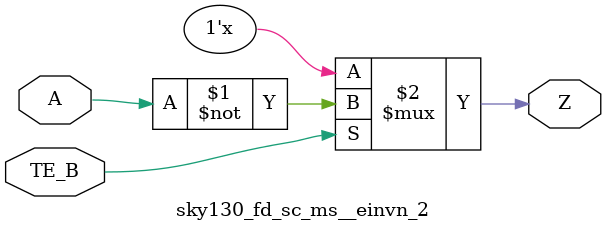
<source format=v>
/*
 * Copyright 2020 The SkyWater PDK Authors
 *
 * Licensed under the Apache License, Version 2.0 (the "License");
 * you may not use this file except in compliance with the License.
 * You may obtain a copy of the License at
 *
 *     https://www.apache.org/licenses/LICENSE-2.0
 *
 * Unless required by applicable law or agreed to in writing, software
 * distributed under the License is distributed on an "AS IS" BASIS,
 * WITHOUT WARRANTIES OR CONDITIONS OF ANY KIND, either express or implied.
 * See the License for the specific language governing permissions and
 * limitations under the License.
 *
 * SPDX-License-Identifier: Apache-2.0
*/


`ifndef SKY130_FD_SC_MS__EINVN_2_FUNCTIONAL_V
`define SKY130_FD_SC_MS__EINVN_2_FUNCTIONAL_V

/**
 * einvn: Tri-state inverter, negative enable.
 *
 * Verilog simulation functional model.
 */

`timescale 1ns / 1ps
`default_nettype none

`celldefine
module sky130_fd_sc_ms__einvn_2 (
    Z   ,
    A   ,
    TE_B
);

    // Module ports
    output Z   ;
    input  A   ;
    input  TE_B;

    //     Name     Output  Other arguments
    notif0 notif00 (Z     , A, TE_B        );

endmodule
`endcelldefine

`default_nettype wire
`endif  // SKY130_FD_SC_MS__EINVN_2_FUNCTIONAL_V

</source>
